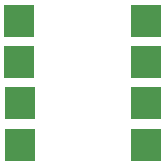
<source format=gbr>
%TF.GenerationSoftware,KiCad,Pcbnew,8.0.5*%
%TF.CreationDate,2025-07-01T10:48:08-04:00*%
%TF.ProjectId,pcb_battery_stub,7063625f-6261-4747-9465-72795f737475,rev?*%
%TF.SameCoordinates,Original*%
%TF.FileFunction,Paste,Top*%
%TF.FilePolarity,Positive*%
%FSLAX46Y46*%
G04 Gerber Fmt 4.6, Leading zero omitted, Abs format (unit mm)*
G04 Created by KiCad (PCBNEW 8.0.5) date 2025-07-01 10:48:08*
%MOMM*%
%LPD*%
G01*
G04 APERTURE LIST*
%ADD10R,2.600000X2.800000*%
G04 APERTURE END LIST*
D10*
%TO.C,REF\u002A\u002A*%
X483450000Y-90300000D03*
X494150000Y-90300000D03*
%TD*%
%TO.C,REF\u002A\u002A*%
X483400000Y-83300000D03*
X494100000Y-83300000D03*
%TD*%
%TO.C,REF\u002A\u002A*%
X483400000Y-86800000D03*
X494100000Y-86800000D03*
%TD*%
%TO.C,REF\u002A\u002A*%
X483450000Y-93800000D03*
X494150000Y-93800000D03*
%TD*%
M02*

</source>
